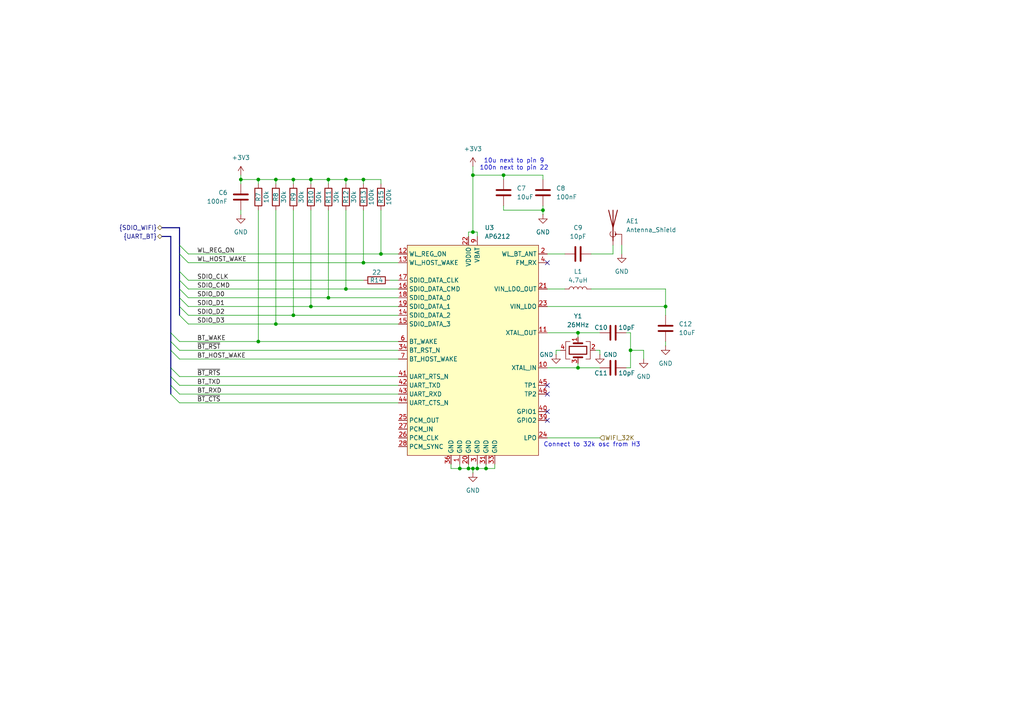
<source format=kicad_sch>
(kicad_sch (version 20250114) (generator "eeschema") (generator_version "9.0")
  (paper "A4")
  (lib_symbols
    (symbol "Device:Antenna_Shield" (pin_numbers (hide yes)) (pin_names (offset 1.016) (hide yes))
      (property "Reference" "AE" (at -1.905 4.445 0))
      (property "Value" "Antenna_Shield" (at -1.905 2.54 0))
      (symbol "Antenna_Shield_0_1"
        (arc (start 0 -2.667) (mid -0.8485 -2.1032) (end -0.508 -1.143))
        (polyline (pts (xy 0 5.08) (xy 0 -3.81)) (stroke (width 0.254)))
        (polyline (pts (xy 0 -2.54) (xy 0 0)))
        (arc (start 0.508 -1.143) (mid 0.8046 -2.0885) (end 0 -2.667))
        (polyline (pts (xy 0.762 -1.905) (xy 2.54 -1.905)))
        (circle (center 0.762 -1.905) (radius 0.1778) (fill (type outline)))
        (polyline (pts (xy 1.27 5.08) (xy 0 0) (xy -1.27 5.08)) (stroke (width 0.254)))
        (polyline (pts (xy 2.54 -2.54) (xy 2.54 -1.905)))
      )
      (symbol "Antenna_Shield_1_1"
        (pin input line (at 0 -5.08 90) (length 2.54) (name "A") (number "1"))
        (pin input line (at 2.54 -5.08 90) (length 2.54) (name "Shield") (number "2"))
      )
    )
    (symbol "Device:C" (pin_numbers (hide yes)) (pin_names (offset 0.254))
      (property "Reference" "C" (at 0.635 2.54 0))
      (property "Value" "C" (at 0.635 -2.54 0))
      (symbol "C_0_1"
        (polyline (pts (xy -2.032 0.762) (xy 2.032 0.762)) (stroke (width 0.508)))
        (polyline (pts (xy -2.032 -0.762) (xy 2.032 -0.762)) (stroke (width 0.508)))
      )
      (symbol "C_1_1"
        (pin passive line (at 0 3.81 270) (length 2.794) (name "~") (number "1"))
        (pin passive line (at 0 -3.81 90) (length 2.794) (name "~") (number "2"))
      )
    )
    (symbol "Device:Crystal_GND24" (pin_names (offset 1.016) (hide yes))
      (property "Reference" "Y" (at 3.175 5.08 0))
      (property "Value" "Crystal_GND24" (at 3.175 3.175 0))
      (symbol "Crystal_GND24_0_1"
        (polyline (pts (xy -2.54 2.286) (xy -2.54 3.556) (xy 2.54 3.556) (xy 2.54 2.286)))
        (polyline (pts (xy -2.54 0) (xy -2.032 0)))
        (polyline (pts (xy -2.54 -2.286) (xy -2.54 -3.556) (xy 2.54 -3.556) (xy 2.54 -2.286)))
        (polyline (pts (xy -2.032 -1.27) (xy -2.032 1.27)) (stroke (width 0.508)))
        (rectangle (start -1.143 2.54) (end 1.143 -2.54) (stroke (width 0.3048)))
        (polyline (pts (xy 0 3.556) (xy 0 3.81)))
        (polyline (pts (xy 0 -3.81) (xy 0 -3.556)))
        (polyline (pts (xy 2.032 0) (xy 2.54 0)))
        (polyline (pts (xy 2.032 -1.27) (xy 2.032 1.27)) (stroke (width 0.508)))
      )
      (symbol "Crystal_GND24_1_1"
        (pin passive line (at -3.81 0 0) (length 1.27) (name "1") (number "1"))
        (pin passive line (at 0 5.08 270) (length 1.27) (name "2") (number "2"))
        (pin passive line (at 0 -5.08 90) (length 1.27) (name "4") (number "4"))
        (pin passive line (at 3.81 0 180) (length 1.27) (name "3") (number "3"))
      )
    )
    (symbol "Device:L" (pin_numbers (hide yes)) (pin_names (offset 1.016) (hide yes))
      (property "Reference" "L" (at -1.27 0 90))
      (property "Value" "L" (at 1.905 0 90))
      (symbol "L_0_1"
        (arc (start 0 2.54) (mid 0.6323 1.905) (end 0 1.27))
        (arc (start 0 1.27) (mid 0.6323 0.635) (end 0 0))
        (arc (start 0 0) (mid 0.6323 -0.635) (end 0 -1.27))
        (arc (start 0 -1.27) (mid 0.6323 -1.905) (end 0 -2.54))
      )
      (symbol "L_1_1"
        (pin passive line (at 0 3.81 270) (length 1.27) (name "1") (number "1"))
        (pin passive line (at 0 -3.81 90) (length 1.27) (name "2") (number "2"))
      )
    )
    (symbol "Device:R" (pin_numbers (hide yes)) (pin_names (offset 0))
      (property "Reference" "R" (at 2.032 0 90))
      (property "Value" "R" (at 0 0 90))
      (symbol "R_0_1"
        (rectangle (start -1.016 -2.54) (end 1.016 2.54) (stroke (width 0.254)))
      )
      (symbol "R_1_1"
        (pin passive line (at 0 3.81 270) (length 1.27) (name "~") (number "1"))
        (pin passive line (at 0 -3.81 90) (length 1.27) (name "~") (number "2"))
      )
    )
    (symbol "cm0:AP6212"
      (property "Reference" "U" (at 2.794 31.75 0))
      (property "Value" "AP6212" (at -7.366 31.75 0))
      (symbol "AP6212_0_0"
        (pin input line (at -21.59 27.94 0) (length 2.54) (name "WL_REG_ON") (number "12"))
        (pin output line (at -21.59 25.4 0) (length 2.54) (name "WL_HOST_WAKE") (number "13"))
        (pin bidirectional line (at -21.59 20.32 0) (length 2.54) (name "SDIO_DATA_CLK") (number "17"))
        (pin bidirectional line (at -21.59 17.78 0) (length 2.54) (name "SDIO_DATA_CMD") (number "16"))
        (pin bidirectional line (at -21.59 15.24 0) (length 2.54) (name "SDIO_DATA_0") (number "18"))
        (pin bidirectional line (at -21.59 12.7 0) (length 2.54) (name "SDIO_DATA_1") (number "19"))
        (pin bidirectional line (at -21.59 10.16 0) (length 2.54) (name "SDIO_DATA_2") (number "14"))
        (pin bidirectional line (at -21.59 7.62 0) (length 2.54) (name "SDIO_DATA_3") (number "15"))
        (pin input line (at -21.59 2.54 0) (length 2.54) (name "BT_WAKE") (number "6"))
        (pin input line (at -21.59 0 0) (length 2.54) (name "BT_RST_N") (number "34"))
        (pin output line (at -21.59 -2.54 0) (length 2.54) (name "BT_HOST_WAKE") (number "7"))
        (pin output line (at -21.59 -7.62 0) (length 2.54) (name "UART_RTS_N") (number "41"))
        (pin output line (at -21.59 -10.16 0) (length 2.54) (name "UART_TXD") (number "42"))
        (pin input line (at -21.59 -12.7 0) (length 2.54) (name "UART_RXD") (number "43"))
        (pin input line (at -21.59 -15.24 0) (length 2.54) (name "UART_CTS_N") (number "44"))
        (pin output line (at -21.59 -20.32 0) (length 2.54) (name "PCM_OUT") (number "25"))
        (pin input line (at -21.59 -22.86 0) (length 2.54) (name "PCM_IN") (number "27"))
        (pin bidirectional line (at -21.59 -25.4 0) (length 2.54) (name "PCM_CLK") (number "26"))
        (pin bidirectional line (at -21.59 -27.94 0) (length 2.54) (name "PCM_SYNC") (number "28"))
        (pin power_in line (at -6.35 -33.02 90) (length 2.54) (name "GND") (number "36"))
        (pin power_in line (at -3.81 -33.02 90) (length 2.54) (name "GND") (number "1"))
        (pin power_in line (at -1.27 33.02 270) (length 2.54) (name "VDDIO") (number "22"))
        (pin power_in line (at -1.27 -33.02 90) (length 2.54) (name "GND") (number "20"))
        (pin power_in line (at 1.27 33.02 270) (length 2.54) (name "VBAT") (number "9"))
        (pin power_in line (at 1.27 -33.02 90) (length 2.54) (name "GND") (number "3"))
        (pin power_in line (at 3.81 -33.02 90) (length 2.54) (name "GND") (number "31"))
        (pin power_in line (at 6.35 -33.02 90) (length 2.54) (name "GND") (number "33"))
        (pin bidirectional line (at 21.59 27.94 180) (length 2.54) (name "WL_BT_ANT") (number "2"))
        (pin input line (at 21.59 25.4 180) (length 2.54) (name "FM_RX") (number "4"))
        (pin no_connect line (at 21.59 22.86 180) (length 2.54) (hide yes) (name "NC") (number "29"))
        (pin no_connect line (at 21.59 20.32 180) (length 2.54) (hide yes) (name "NC") (number "37"))
        (pin power_in line (at 21.59 17.78 180) (length 2.54) (name "VIN_LDO_OUT") (number "21"))
        (pin no_connect line (at 21.59 15.24 180) (length 2.54) (hide yes) (name "NC") (number "8"))
        (pin power_in line (at 21.59 12.7 180) (length 2.54) (name "VIN_LDO") (number "23"))
        (pin no_connect line (at 21.59 10.16 180) (length 2.54) (hide yes) (name "NC") (number "30"))
        (pin no_connect line (at 21.59 7.62 180) (length 2.54) (hide yes) (name "NC") (number "35"))
        (pin output line (at 21.59 5.08 180) (length 2.54) (name "XTAL_OUT") (number "11"))
        (pin no_connect line (at 21.59 2.54 180) (length 2.54) (hide yes) (name "NC") (number "32"))
        (pin no_connect line (at 21.59 0 180) (length 2.54) (hide yes) (name "NC") (number "5"))
        (pin no_connect line (at 21.59 -2.54 180) (length 2.54) (hide yes) (name "NC") (number "38"))
        (pin input line (at 21.59 -5.08 180) (length 2.54) (name "XTAL_IN") (number "10"))
        (pin no_connect line (at 21.59 -7.62 180) (length 2.54) (hide yes) (name "TP3(NC)") (number "47"))
        (pin output line (at 21.59 -10.16 180) (length 2.54) (name "TP1") (number "45"))
        (pin output line (at 21.59 -12.7 180) (length 2.54) (name "TP2") (number "46"))
        (pin bidirectional line (at 21.59 -17.78 180) (length 2.54) (name "GPIO1") (number "40"))
        (pin bidirectional line (at 21.59 -20.32 180) (length 2.54) (name "GPIO2") (number "39"))
        (pin input line (at 21.59 -25.4 180) (length 2.54) (name "LPO") (number "24"))
      )
      (symbol "AP6212_1_1"
        (rectangle (start -19.05 30.48) (end 19.05 -30.48) (fill (type background)))
      )
    )
    (symbol "power:+3V3" (power) (pin_numbers (hide yes)) (pin_names (offset 0) (hide yes))
      (property "Value" "+3V3" (at 0 3.556 0))
      (symbol "+3V3_0_1"
        (polyline (pts (xy -0.762 1.27) (xy 0 2.54)))
        (polyline (pts (xy 0 2.54) (xy 0.762 1.27)))
        (polyline (pts (xy 0 0) (xy 0 2.54)))
      )
      (symbol "+3V3_1_1"
        (pin power_in line (at 0 0 90) (length 0) (name "~") (number "1"))
      )
    )
    (symbol "power:GND" (power) (pin_numbers (hide yes)) (pin_names (offset 0) (hide yes))
      (property "Value" "GND" (at 0 -3.81 0))
      (symbol "GND_0_1"
        (polyline (pts (xy 0 0) (xy 0 -1.27) (xy 1.27 -1.27) (xy 0 -2.54) (xy -1.27 -1.27) (xy 0 -1.27)))
      )
      (symbol "GND_1_1"
        (pin power_in line (at 0 0 270) (length 0) (name "~") (number "1"))
      )
    )
  )
  (bus_alias "SDIO_WIFI" (members "WL_REG_ON" "WL_HOST_WAKE" "SDIO_CLK" "SDIO_CMD" "SDIO_D[0..3]"))
  (bus_alias "UART_BT" (members "BT_WAKE" "~{BT_RST}" "BT_HOST_WAKE" "~{BT_RTS}" "BT_TXD" "BT_RXD" "~{BT_CTS}"))
  (text "10u next to pin 9\n100n next to pin 22" (at 149.098 47.752 0) (effects (font (size 1.27 1.27))))
  (text "Connect to 32k osc from H3" (at 171.704 129.032 0) (effects (font (size 1.27 1.27))))
  (junction (at 167.64 106.68))
  (junction (at 138.43 135.89))
  (junction (at 100.33 52.07))
  (junction (at 85.09 52.07))
  (junction (at 135.89 135.89))
  (junction (at 157.48 60.96))
  (junction (at 110.49 73.66))
  (junction (at 182.88 101.6))
  (junction (at 100.33 83.82))
  (junction (at 137.16 67.31))
  (junction (at 80.01 93.98))
  (junction (at 95.25 86.36))
  (junction (at 146.05 50.8))
  (junction (at 80.01 52.07))
  (junction (at 85.09 91.44))
  (junction (at 69.85 52.07))
  (junction (at 90.17 88.9))
  (junction (at 133.35 135.89))
  (junction (at 74.93 99.06))
  (junction (at 74.93 52.07))
  (junction (at 95.25 52.07))
  (junction (at 105.41 76.2))
  (junction (at 137.16 135.89))
  (junction (at 167.64 96.52))
  (junction (at 193.04 88.9))
  (junction (at 90.17 52.07))
  (junction (at 105.41 52.07))
  (junction (at 140.97 135.89))
  (junction (at 137.16 50.8))
  (no_connect (at 158.75 114.3))
  (no_connect (at 158.75 111.76))
  (no_connect (at 158.75 76.2))
  (no_connect (at 158.75 121.92))
  (no_connect (at 158.75 119.38))
  (bus_entry (at 52.07 116.84) (size -2.54 -2.54))
  (bus_entry (at 54.61 81.28) (size -2.54 -2.54))
  (bus_entry (at 52.07 114.3) (size -2.54 -2.54))
  (bus_entry (at 52.07 109.22) (size -2.54 -2.54))
  (bus_entry (at 52.07 111.76) (size -2.54 -2.54))
  (bus_entry (at 54.61 86.36) (size -2.54 -2.54))
  (bus_entry (at 54.61 93.98) (size -2.54 -2.54))
  (bus_entry (at 54.61 73.66) (size -2.54 -2.54))
  (bus_entry (at 54.61 76.2) (size -2.54 -2.54))
  (bus_entry (at 52.07 104.14) (size -2.54 -2.54))
  (bus_entry (at 54.61 88.9) (size -2.54 -2.54))
  (bus_entry (at 54.61 91.44) (size -2.54 -2.54))
  (bus_entry (at 52.07 101.6) (size -2.54 -2.54))
  (bus_entry (at 52.07 99.06) (size -2.54 -2.54))
  (bus_entry (at 54.61 83.82) (size -2.54 -2.54))
  (wire (pts (xy 158.75 83.82) (xy 163.83 83.82)))
  (wire (pts (xy 186.69 104.14) (xy 186.69 101.6)))
  (wire (pts (xy 52.07 104.14) (xy 115.57 104.14)))
  (wire (pts (xy 182.88 101.6) (xy 182.88 96.52)))
  (wire (pts (xy 143.51 135.89) (xy 143.51 134.62)))
  (bus (pts (xy 52.07 71.12) (xy 52.07 66.04)))
  (wire (pts (xy 162.56 101.6) (xy 161.29 101.6)))
  (bus (pts (xy 52.07 86.36) (xy 52.07 83.82)))
  (bus (pts (xy 49.53 96.52) (xy 49.53 68.58)))
  (wire (pts (xy 105.41 76.2) (xy 115.57 76.2)))
  (wire (pts (xy 137.16 50.8) (xy 137.16 67.31)))
  (wire (pts (xy 105.41 60.96) (xy 105.41 76.2)))
  (wire (pts (xy 80.01 52.07) (xy 85.09 52.07)))
  (bus (pts (xy 49.53 106.68) (xy 49.53 101.6)))
  (wire (pts (xy 171.45 73.66) (xy 177.8 73.66)))
  (wire (pts (xy 137.16 135.89) (xy 137.16 137.16)))
  (wire (pts (xy 146.05 59.69) (xy 146.05 60.96)))
  (wire (pts (xy 138.43 135.89) (xy 140.97 135.89)))
  (wire (pts (xy 110.49 52.07) (xy 110.49 53.34)))
  (wire (pts (xy 85.09 60.96) (xy 85.09 91.44)))
  (bus (pts (xy 49.53 68.58) (xy 46.99 68.58)))
  (wire (pts (xy 52.07 111.76) (xy 115.57 111.76)))
  (wire (pts (xy 146.05 60.96) (xy 157.48 60.96)))
  (wire (pts (xy 80.01 52.07) (xy 80.01 53.34)))
  (wire (pts (xy 95.25 86.36) (xy 115.57 86.36)))
  (wire (pts (xy 69.85 52.07) (xy 74.93 52.07)))
  (wire (pts (xy 69.85 53.34) (xy 69.85 52.07)))
  (bus (pts (xy 52.07 73.66) (xy 52.07 71.12)))
  (wire (pts (xy 157.48 60.96) (xy 157.48 59.69)))
  (bus (pts (xy 49.53 101.6) (xy 49.53 99.06)))
  (bus (pts (xy 49.53 114.3) (xy 49.53 111.76)))
  (wire (pts (xy 105.41 52.07) (xy 105.41 53.34)))
  (bus (pts (xy 52.07 83.82) (xy 52.07 81.28)))
  (bus (pts (xy 52.07 91.44) (xy 52.07 88.9)))
  (wire (pts (xy 181.61 96.52) (xy 182.88 96.52)))
  (wire (pts (xy 52.07 109.22) (xy 115.57 109.22)))
  (wire (pts (xy 54.61 93.98) (xy 80.01 93.98)))
  (wire (pts (xy 54.61 76.2) (xy 105.41 76.2)))
  (wire (pts (xy 146.05 50.8) (xy 157.48 50.8)))
  (wire (pts (xy 181.61 106.68) (xy 182.88 106.68)))
  (wire (pts (xy 140.97 135.89) (xy 140.97 134.62)))
  (wire (pts (xy 100.33 60.96) (xy 100.33 83.82)))
  (wire (pts (xy 90.17 88.9) (xy 90.17 60.96)))
  (wire (pts (xy 133.35 134.62) (xy 133.35 135.89)))
  (wire (pts (xy 54.61 91.44) (xy 85.09 91.44)))
  (bus (pts (xy 52.07 66.04) (xy 46.99 66.04)))
  (wire (pts (xy 52.07 99.06) (xy 74.93 99.06)))
  (wire (pts (xy 158.75 127) (xy 173.99 127)))
  (wire (pts (xy 167.64 105.41) (xy 167.64 106.68)))
  (wire (pts (xy 52.07 114.3) (xy 115.57 114.3)))
  (bus (pts (xy 49.53 111.76) (xy 49.53 109.22)))
  (wire (pts (xy 95.25 52.07) (xy 100.33 52.07)))
  (wire (pts (xy 158.75 73.66) (xy 163.83 73.66)))
  (wire (pts (xy 130.81 135.89) (xy 130.81 134.62)))
  (wire (pts (xy 157.48 60.96) (xy 157.48 62.23)))
  (wire (pts (xy 177.8 73.66) (xy 177.8 71.12)))
  (wire (pts (xy 173.99 101.6) (xy 172.72 101.6)))
  (wire (pts (xy 137.16 135.89) (xy 138.43 135.89)))
  (bus (pts (xy 49.53 99.06) (xy 49.53 96.52)))
  (wire (pts (xy 173.99 102.87) (xy 173.99 101.6)))
  (wire (pts (xy 167.64 96.52) (xy 173.99 96.52)))
  (wire (pts (xy 54.61 73.66) (xy 110.49 73.66)))
  (wire (pts (xy 74.93 99.06) (xy 74.93 60.96)))
  (wire (pts (xy 133.35 135.89) (xy 130.81 135.89)))
  (wire (pts (xy 193.04 88.9) (xy 193.04 91.44)))
  (wire (pts (xy 54.61 88.9) (xy 90.17 88.9)))
  (wire (pts (xy 193.04 99.06) (xy 193.04 100.33)))
  (wire (pts (xy 90.17 52.07) (xy 90.17 53.34)))
  (wire (pts (xy 140.97 135.89) (xy 143.51 135.89)))
  (wire (pts (xy 74.93 99.06) (xy 115.57 99.06)))
  (wire (pts (xy 54.61 86.36) (xy 95.25 86.36)))
  (wire (pts (xy 158.75 88.9) (xy 193.04 88.9)))
  (wire (pts (xy 113.03 81.28) (xy 115.57 81.28)))
  (wire (pts (xy 115.57 93.98) (xy 80.01 93.98)))
  (wire (pts (xy 135.89 67.31) (xy 137.16 67.31)))
  (wire (pts (xy 161.29 101.6) (xy 161.29 102.87)))
  (wire (pts (xy 95.25 52.07) (xy 95.25 53.34)))
  (wire (pts (xy 110.49 73.66) (xy 115.57 73.66)))
  (wire (pts (xy 52.07 101.6) (xy 115.57 101.6)))
  (bus (pts (xy 49.53 109.22) (xy 49.53 106.68)))
  (wire (pts (xy 171.45 83.82) (xy 193.04 83.82)))
  (wire (pts (xy 135.89 67.31) (xy 135.89 68.58)))
  (wire (pts (xy 146.05 50.8) (xy 146.05 52.07)))
  (wire (pts (xy 158.75 96.52) (xy 167.64 96.52)))
  (wire (pts (xy 54.61 83.82) (xy 100.33 83.82)))
  (wire (pts (xy 69.85 50.8) (xy 69.85 52.07)))
  (wire (pts (xy 167.64 96.52) (xy 167.64 97.79)))
  (wire (pts (xy 167.64 106.68) (xy 158.75 106.68)))
  (wire (pts (xy 157.48 50.8) (xy 157.48 52.07)))
  (wire (pts (xy 54.61 81.28) (xy 105.41 81.28)))
  (wire (pts (xy 135.89 135.89) (xy 137.16 135.89)))
  (wire (pts (xy 115.57 88.9) (xy 90.17 88.9)))
  (wire (pts (xy 90.17 52.07) (xy 95.25 52.07)))
  (wire (pts (xy 137.16 50.8) (xy 146.05 50.8)))
  (wire (pts (xy 85.09 52.07) (xy 85.09 53.34)))
  (wire (pts (xy 100.33 83.82) (xy 115.57 83.82)))
  (wire (pts (xy 52.07 116.84) (xy 115.57 116.84)))
  (wire (pts (xy 186.69 101.6) (xy 182.88 101.6)))
  (wire (pts (xy 138.43 135.89) (xy 138.43 134.62)))
  (wire (pts (xy 180.34 71.12) (xy 180.34 73.66)))
  (wire (pts (xy 85.09 91.44) (xy 115.57 91.44)))
  (bus (pts (xy 52.07 78.74) (xy 52.07 73.66)))
  (bus (pts (xy 52.07 81.28) (xy 52.07 78.74)))
  (wire (pts (xy 69.85 60.96) (xy 69.85 62.23)))
  (wire (pts (xy 135.89 135.89) (xy 135.89 134.62)))
  (wire (pts (xy 167.64 106.68) (xy 173.99 106.68)))
  (wire (pts (xy 74.93 52.07) (xy 74.93 53.34)))
  (wire (pts (xy 80.01 93.98) (xy 80.01 60.96)))
  (wire (pts (xy 110.49 60.96) (xy 110.49 73.66)))
  (wire (pts (xy 193.04 88.9) (xy 193.04 83.82)))
  (wire (pts (xy 133.35 135.89) (xy 135.89 135.89)))
  (wire (pts (xy 100.33 52.07) (xy 105.41 52.07)))
  (wire (pts (xy 138.43 67.31) (xy 138.43 68.58)))
  (wire (pts (xy 74.93 52.07) (xy 80.01 52.07)))
  (wire (pts (xy 95.25 60.96) (xy 95.25 86.36)))
  (wire (pts (xy 100.33 53.34) (xy 100.33 52.07)))
  (bus (pts (xy 52.07 88.9) (xy 52.07 86.36)))
  (wire (pts (xy 182.88 106.68) (xy 182.88 101.6)))
  (wire (pts (xy 137.16 67.31) (xy 138.43 67.31)))
  (wire (pts (xy 137.16 48.26) (xy 137.16 50.8)))
  (wire (pts (xy 105.41 52.07) (xy 110.49 52.07)))
  (wire (pts (xy 85.09 52.07) (xy 90.17 52.07)))
  (label "BT_WAKE" (at 57.15 99.06 0))
  (label "~{BT_CTS}" (at 57.15 116.84 0))
  (label "WL_HOST_WAKE" (at 57.15 76.2 0))
  (label "WL_REG_ON" (at 57.15 73.66 0))
  (label "SDIO_D2" (at 57.15 91.44 0))
  (label "BT_RXD" (at 57.15 114.3 0))
  (label "~{BT_RTS}" (at 57.15 109.22 0))
  (label "SDIO_D0" (at 57.15 86.36 0))
  (label "SDIO_D1" (at 57.15 88.9 0))
  (label "BT_HOST_WAKE" (at 57.15 104.14 0))
  (label "SDIO_CLK" (at 57.15 81.28 0))
  (label "SDIO_D3" (at 57.15 93.98 0))
  (label "BT_TXD" (at 57.15 111.76 0))
  (label "SDIO_CMD" (at 57.15 83.82 0))
  (label "~{BT_RST}" (at 57.15 101.6 0))
  (hierarchical_label "{SDIO_WIFI}" (shape bidirectional) (at 46.99 66.04 180))
  (hierarchical_label "{UART_BT}" (shape bidirectional) (at 46.99 68.58 180))
  (hierarchical_label "WIFI_32K" (shape input) (at 173.99 127 0))
  (symbol (lib_id "Device:R") (at 109.22 81.28 90) (unit 1)
    (property "Reference" "R14" (at 109.22 81.28 90))
    (property "Value" "22" (at 109.22 78.994 90))
    (property "Footprint" "Resistor_SMD:R_0402_1005Metric" (effects (hide yes)))
    (property "Description" "Resistor" (effects (hide yes)))
  )
  (symbol (lib_id "Device:C") (at 177.8 96.52 90) (unit 1)
    (property "Reference" "C10" (at 176.276 94.996 90) (effects (justify left)))
    (property "Value" "10pF" (at 179.324 94.996 90) (effects (justify right)))
    (property "Footprint" "Capacitor_SMD:C_0402_1005Metric" (effects (hide yes)))
    (property "Description" "Unpolarized capacitor" (effects (hide yes)))
  )
  (symbol (lib_id "Device:R") (at 80.01 57.15 0) (unit 1)
    (property "Reference" "R8" (at 80.01 57.15 90))
    (property "Value" "30k" (at 82.296 57.15 90))
    (property "Footprint" "Resistor_SMD:R_0402_1005Metric" (effects (hide yes)))
    (property "Description" "Resistor" (effects (hide yes)))
  )
  (symbol (lib_id "Device:R") (at 74.93 57.15 0) (unit 1)
    (property "Reference" "R7" (at 74.93 57.15 90))
    (property "Value" "10k" (at 77.216 57.15 90))
    (property "Footprint" "Resistor_SMD:R_0402_1005Metric" (effects (hide yes)))
    (property "Description" "Resistor" (effects (hide yes)))
  )
  (symbol (lib_id "power:+3V3") (at 69.85 50.8 0) (unit 1)
    (property "Reference" "#PWR013" (effects (hide yes)))
    (property "Value" "+3V3" (at 69.85 45.72 0))
    (property "Description" "Power symbol creates a global label with name \"+3V3\"" (effects (hide yes)))
  )
  (symbol (lib_id "power:GND") (at 186.69 104.14 0) (unit 1)
    (property "Reference" "#PWR021" (effects (hide yes)))
    (property "Value" "GND" (at 186.69 109.22 0))
    (property "Description" "Power symbol creates a global label with name \"GND\" , ground" (effects (hide yes)))
  )
  (symbol (lib_id "Device:R") (at 95.25 57.15 0) (unit 1)
    (property "Reference" "R11" (at 95.25 57.15 90))
    (property "Value" "30k" (at 97.536 57.15 90))
    (property "Footprint" "Resistor_SMD:R_0402_1005Metric" (effects (hide yes)))
    (property "Description" "Resistor" (effects (hide yes)))
  )
  (symbol (lib_id "Device:R") (at 100.33 57.15 0) (unit 1)
    (property "Reference" "R12" (at 100.33 57.15 90))
    (property "Value" "30k" (at 102.616 57.15 90))
    (property "Footprint" "Resistor_SMD:R_0402_1005Metric" (effects (hide yes)))
    (property "Description" "Resistor" (effects (hide yes)))
  )
  (symbol (lib_id "Device:Antenna_Shield") (at 177.8 66.04 0) (unit 1)
    (property "Reference" "AE1" (at 181.61 64.1349 0) (effects (justify left)))
    (property "Value" "Antenna_Shield" (at 181.61 66.6749 0) (effects (justify left)))
    (property "Footprint" "RF_Antenna:Texas_SWRA117D_2.4GHz_Left" (effects (hide yes)))
    (property "Description" "Antenna with extra pin for shielding" (effects (hide yes)))
  )
  (symbol (lib_id "power:+3V3") (at 137.16 48.26 0) (unit 1)
    (property "Reference" "#PWR015" (effects (hide yes)))
    (property "Value" "+3V3" (at 137.16 43.18 0))
    (property "Description" "Power symbol creates a global label with name \"+3V3\"" (effects (hide yes)))
  )
  (symbol (lib_id "power:GND") (at 173.99 102.87 0) (unit 1)
    (property "Reference" "#PWR019" (effects (hide yes)))
    (property "Value" "GND" (at 177.038 102.87 0))
    (property "Description" "Power symbol creates a global label with name \"GND\" , ground" (effects (hide yes)))
  )
  (symbol (lib_id "Device:C") (at 193.04 95.25 0) (unit 1)
    (property "Reference" "C12" (at 196.85 93.9799 0) (effects (justify left)))
    (property "Value" "10uF" (at 196.85 96.5199 0) (effects (justify left)))
    (property "Footprint" "Capacitor_SMD:C_0603_1608Metric" (effects (hide yes)))
    (property "Description" "Unpolarized capacitor" (effects (hide yes)))
    (property "LCSC Part #" "C15525" (effects (hide yes)))
  )
  (symbol (lib_id "Device:C") (at 69.85 57.15 0) (mirror y) (unit 1)
    (property "Reference" "C6" (at 66.04 55.8799 0) (effects (justify left)))
    (property "Value" "100nF" (at 66.04 58.4199 0) (effects (justify left)))
    (property "Footprint" "Capacitor_SMD:C_0402_1005Metric" (effects (hide yes)))
    (property "Description" "Unpolarized capacitor" (effects (hide yes)))
  )
  (symbol (lib_id "Device:C") (at 177.8 106.68 90) (mirror x) (unit 1)
    (property "Reference" "C11" (at 176.276 108.204 90) (effects (justify left)))
    (property "Value" "10pF" (at 179.324 108.204 90) (effects (justify right)))
    (property "Footprint" "Capacitor_SMD:C_0402_1005Metric" (effects (hide yes)))
    (property "Description" "Unpolarized capacitor" (effects (hide yes)))
  )
  (symbol (lib_id "power:GND") (at 137.16 137.16 0) (unit 1)
    (property "Reference" "#PWR016" (effects (hide yes)))
    (property "Value" "GND" (at 137.16 142.24 0))
    (property "Description" "Power symbol creates a global label with name \"GND\" , ground" (effects (hide yes)))
  )
  (symbol (lib_id "cm0:AP6212") (at 137.16 101.6 0) (unit 1)
    (property "Reference" "U3" (at 140.5733 66.04 0) (effects (justify left)))
    (property "Value" "AP6212" (at 140.5733 68.58 0) (effects (justify left)))
    (property "Footprint" "cm0:AP6212" (effects (hide yes)))
    (property "Datasheet" "https://www.lcsc.com/datasheet/C2798300.pdf" (effects (hide yes)))
    (property "Description" "WiFi + Bluetooth 4.1 + FM SIP Module" (effects (hide yes)))
    (property "LCSC Part #" "C2798300" (effects (hide yes)))
  )
  (symbol (lib_id "Device:R") (at 110.49 57.15 0) (unit 1)
    (property "Reference" "R15" (at 110.49 57.15 90))
    (property "Value" "100k" (at 112.776 57.15 90))
    (property "Footprint" "Resistor_SMD:R_0402_1005Metric" (effects (hide yes)))
    (property "Description" "Resistor" (effects (hide yes)))
  )
  (symbol (lib_id "Device:L") (at 167.64 83.82 90) (unit 1)
    (property "Reference" "L1" (at 167.64 78.74 90))
    (property "Value" "4.7uH" (at 167.64 81.28 90))
    (property "Footprint" "cm0:L_SMD_3.0x3.0" (effects (hide yes)))
    (property "Description" "Inductor" (effects (hide yes)))
    (property "LCSC Part #" "C19734" (effects (hide yes)))
  )
  (symbol (lib_id "Device:Crystal_GND24") (at 167.64 101.6 270) (unit 1)
    (property "Reference" "Y1" (at 167.64 91.694 90))
    (property "Value" "26MHz" (at 167.64 94.234 90))
    (property "Footprint" "Crystal:Crystal_SMD_2016-4Pin_2.0x1.6mm" (effects (hide yes)))
    (property "Description" "Four pin crystal, GND on pins 2 and 4" (effects (hide yes)))
    (property "LCSC Part #" "C7294683" (effects (hide yes)))
  )
  (symbol (lib_id "power:GND") (at 193.04 100.33 0) (unit 1)
    (property "Reference" "#PWR022" (effects (hide yes)))
    (property "Value" "GND" (at 193.04 105.41 0))
    (property "Description" "Power symbol creates a global label with name \"GND\" , ground" (effects (hide yes)))
  )
  (symbol (lib_id "Device:C") (at 157.48 55.88 0) (unit 1)
    (property "Reference" "C8" (at 161.29 54.6099 0) (effects (justify left)))
    (property "Value" "100nF" (at 161.29 57.1499 0) (effects (justify left)))
    (property "Footprint" "Capacitor_SMD:C_0402_1005Metric" (effects (hide yes)))
    (property "Description" "Unpolarized capacitor" (effects (hide yes)))
  )
  (symbol (lib_id "Device:R") (at 105.41 57.15 0) (unit 1)
    (property "Reference" "R13" (at 105.41 57.15 90))
    (property "Value" "100k" (at 107.696 57.15 90))
    (property "Footprint" "Resistor_SMD:R_0402_1005Metric" (effects (hide yes)))
    (property "Description" "Resistor" (effects (hide yes)))
  )
  (symbol (lib_id "power:GND") (at 157.48 62.23 0) (unit 1)
    (property "Reference" "#PWR017" (effects (hide yes)))
    (property "Value" "GND" (at 157.48 67.31 0))
    (property "Description" "Power symbol creates a global label with name \"GND\" , ground" (effects (hide yes)))
  )
  (symbol (lib_id "power:GND") (at 69.85 62.23 0) (unit 1)
    (property "Reference" "#PWR014" (effects (hide yes)))
    (property "Value" "GND" (at 69.85 67.31 0))
    (property "Description" "Power symbol creates a global label with name \"GND\" , ground" (effects (hide yes)))
  )
  (symbol (lib_id "Device:R") (at 85.09 57.15 0) (unit 1)
    (property "Reference" "R9" (at 85.09 57.15 90))
    (property "Value" "30k" (at 87.376 57.15 90))
    (property "Footprint" "Resistor_SMD:R_0402_1005Metric" (effects (hide yes)))
    (property "Description" "Resistor" (effects (hide yes)))
  )
  (symbol (lib_id "Device:C") (at 167.64 73.66 90) (unit 1)
    (property "Reference" "C9" (at 167.64 66.04 90))
    (property "Value" "10pF" (at 167.64 68.58 90))
    (property "Footprint" "Capacitor_SMD:C_0402_1005Metric" (effects (hide yes)))
    (property "Description" "Unpolarized capacitor" (effects (hide yes)))
  )
  (symbol (lib_id "power:GND") (at 180.34 73.66 0) (unit 1)
    (property "Reference" "#PWR020" (effects (hide yes)))
    (property "Value" "GND" (at 180.34 78.74 0))
    (property "Description" "Power symbol creates a global label with name \"GND\" , ground" (effects (hide yes)))
  )
  (symbol (lib_id "Device:R") (at 90.17 57.15 0) (unit 1)
    (property "Reference" "R10" (at 90.17 57.15 90))
    (property "Value" "30k" (at 92.456 57.15 90))
    (property "Footprint" "Resistor_SMD:R_0402_1005Metric" (effects (hide yes)))
    (property "Description" "Resistor" (effects (hide yes)))
  )
  (symbol (lib_id "Device:C") (at 146.05 55.88 0) (unit 1)
    (property "Reference" "C7" (at 149.86 54.6099 0) (effects (justify left)))
    (property "Value" "10uF" (at 149.86 57.1499 0) (effects (justify left)))
    (property "Footprint" "Capacitor_SMD:C_0603_1608Metric" (effects (hide yes)))
    (property "Description" "Unpolarized capacitor" (effects (hide yes)))
    (property "LCSC Part #" "C15525" (effects (hide yes)))
  )
  (symbol (lib_id "power:GND") (at 161.29 102.87 0) (unit 1)
    (property "Reference" "#PWR018" (effects (hide yes)))
    (property "Value" "GND" (at 158.496 102.87 0))
    (property "Description" "Power symbol creates a global label with name \"GND\" , ground" (effects (hide yes)))
  )
)
</source>
